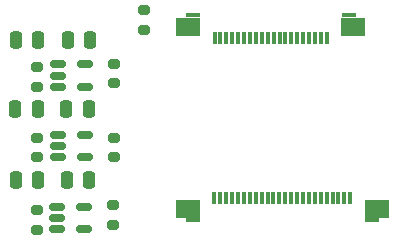
<source format=gtp>
G04 #@! TF.GenerationSoftware,KiCad,Pcbnew,9.0.0*
G04 #@! TF.CreationDate,2025-09-01T10:59:56+03:00*
G04 #@! TF.ProjectId,OV24-RV_V1.0,4f563234-2d52-4565-9f56-312e302e6b69,rev?*
G04 #@! TF.SameCoordinates,Original*
G04 #@! TF.FileFunction,Paste,Top*
G04 #@! TF.FilePolarity,Positive*
%FSLAX46Y46*%
G04 Gerber Fmt 4.6, Leading zero omitted, Abs format (unit mm)*
G04 Created by KiCad (PCBNEW 9.0.0) date 2025-09-01 10:59:56*
%MOMM*%
%LPD*%
G01*
G04 APERTURE LIST*
G04 Aperture macros list*
%AMRoundRect*
0 Rectangle with rounded corners*
0 $1 Rounding radius*
0 $2 $3 $4 $5 $6 $7 $8 $9 X,Y pos of 4 corners*
0 Add a 4 corners polygon primitive as box body*
4,1,4,$2,$3,$4,$5,$6,$7,$8,$9,$2,$3,0*
0 Add four circle primitives for the rounded corners*
1,1,$1+$1,$2,$3*
1,1,$1+$1,$4,$5*
1,1,$1+$1,$6,$7*
1,1,$1+$1,$8,$9*
0 Add four rect primitives between the rounded corners*
20,1,$1+$1,$2,$3,$4,$5,0*
20,1,$1+$1,$4,$5,$6,$7,0*
20,1,$1+$1,$6,$7,$8,$9,0*
20,1,$1+$1,$8,$9,$2,$3,0*%
G04 Aperture macros list end*
%ADD10R,2.100000X1.600000*%
%ADD11R,1.300000X0.350000*%
%ADD12R,0.300000X1.100000*%
%ADD13RoundRect,0.200000X-0.275000X0.200000X-0.275000X-0.200000X0.275000X-0.200000X0.275000X0.200000X0*%
%ADD14RoundRect,0.150000X-0.512500X-0.150000X0.512500X-0.150000X0.512500X0.150000X-0.512500X0.150000X0*%
%ADD15RoundRect,0.250000X0.250000X0.475000X-0.250000X0.475000X-0.250000X-0.475000X0.250000X-0.475000X0*%
%ADD16RoundRect,0.200000X0.275000X-0.200000X0.275000X0.200000X-0.275000X0.200000X-0.275000X-0.200000X0*%
G04 APERTURE END LIST*
D10*
X85793750Y-80866250D03*
D11*
X85393750Y-81841250D03*
X70193750Y-81841250D03*
D10*
X69793750Y-80866250D03*
D12*
X83543750Y-79916250D03*
X83043750Y-79916250D03*
X82543750Y-79916250D03*
X82043750Y-79916250D03*
X81543750Y-79916250D03*
X81043750Y-79916250D03*
X80543750Y-79916250D03*
X80043750Y-79916250D03*
X79543750Y-79916250D03*
X79043750Y-79916250D03*
X78543750Y-79916250D03*
X78043750Y-79916250D03*
X77543750Y-79916250D03*
X77043750Y-79916250D03*
X76543750Y-79916250D03*
X76043750Y-79916250D03*
X75543750Y-79916250D03*
X75043750Y-79916250D03*
X74543750Y-79916250D03*
X74043750Y-79916250D03*
X73543750Y-79916250D03*
X73043750Y-79916250D03*
X72543750Y-79916250D03*
X72043750Y-79916250D03*
X81553750Y-66399250D03*
X81053750Y-66399250D03*
X80553750Y-66399250D03*
X80053750Y-66399250D03*
X79553750Y-66399250D03*
X79053750Y-66399250D03*
X78553750Y-66399250D03*
X78053750Y-66399250D03*
X77553750Y-66399250D03*
X77053750Y-66399250D03*
X76553750Y-66399250D03*
X76053750Y-66399250D03*
X75553750Y-66399250D03*
X75053750Y-66399250D03*
X74553750Y-66399250D03*
X74053750Y-66399250D03*
X73553750Y-66399250D03*
X73053750Y-66399250D03*
X72553750Y-66399250D03*
X72053750Y-66399250D03*
D10*
X83803750Y-65449250D03*
D11*
X83403750Y-64474250D03*
X70203750Y-64474250D03*
D10*
X69803750Y-65449250D03*
D13*
X63513750Y-70241250D03*
X63513750Y-68591250D03*
X63513750Y-76491250D03*
X63513750Y-74841250D03*
D14*
X58786250Y-74601250D03*
X58786250Y-75551250D03*
X58786250Y-76501250D03*
X61061250Y-76501250D03*
X61061250Y-74601250D03*
D15*
X57103750Y-78401250D03*
X55203750Y-78401250D03*
D14*
X58736250Y-80711250D03*
X58736250Y-81661250D03*
X58736250Y-82611250D03*
X61011250Y-82611250D03*
X61011250Y-80711250D03*
D15*
X57092500Y-72446250D03*
X55192500Y-72446250D03*
X61503750Y-66541250D03*
X59603750Y-66541250D03*
D14*
X58772500Y-68636250D03*
X58772500Y-69586250D03*
X58772500Y-70536250D03*
X61047500Y-70536250D03*
X61047500Y-68636250D03*
D15*
X61412500Y-72446250D03*
X59512500Y-72446250D03*
D16*
X66053750Y-65716250D03*
X66053750Y-64066250D03*
D13*
X57013750Y-74846250D03*
X57013750Y-76496250D03*
X57057500Y-68881250D03*
X57057500Y-70531250D03*
X63483750Y-80558750D03*
X63483750Y-82208750D03*
X57003750Y-80966250D03*
X57003750Y-82616250D03*
D15*
X61443750Y-78411250D03*
X59543750Y-78411250D03*
X57103750Y-66601250D03*
X55203750Y-66601250D03*
M02*

</source>
